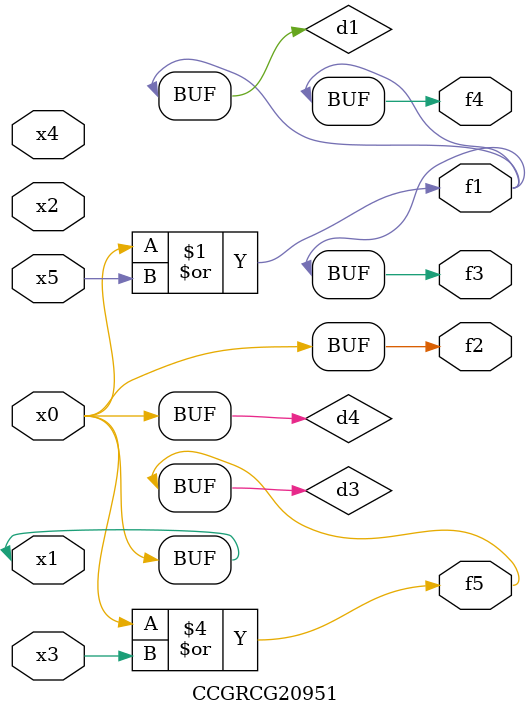
<source format=v>
module CCGRCG20951(
	input x0, x1, x2, x3, x4, x5,
	output f1, f2, f3, f4, f5
);

	wire d1, d2, d3, d4;

	or (d1, x0, x5);
	xnor (d2, x1, x4);
	or (d3, x0, x3);
	buf (d4, x0, x1);
	assign f1 = d1;
	assign f2 = d4;
	assign f3 = d1;
	assign f4 = d1;
	assign f5 = d3;
endmodule

</source>
